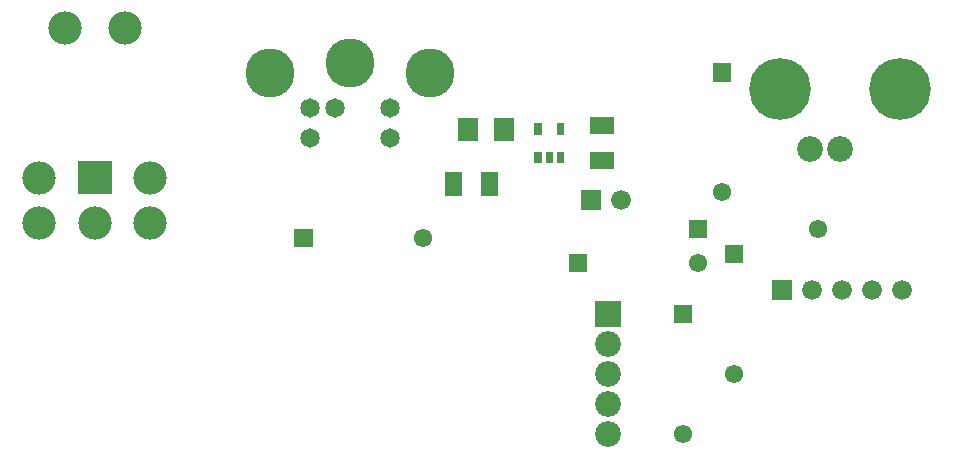
<source format=gbs>
G04 start of page 7 for group -4062 idx -4062 *
G04 Title: (unknown), soldermask *
G04 Creator: pcb 20140316 *
G04 CreationDate: Thu 10 Mar 2016 11:36:46 AM GMT UTC *
G04 For: fosse *
G04 Format: Gerber/RS-274X *
G04 PCB-Dimensions (mil): 3665.00 1935.00 *
G04 PCB-Coordinate-Origin: lower left *
%MOIN*%
%FSLAX25Y25*%
%LNBOTTOMMASK*%
%ADD92R,0.0572X0.0572*%
%ADD91R,0.0660X0.0660*%
%ADD90R,0.0257X0.0257*%
%ADD89C,0.0651*%
%ADD88C,0.1635*%
%ADD87C,0.1110*%
%ADD86C,0.0001*%
%ADD85C,0.0610*%
%ADD84C,0.0660*%
%ADD83C,0.0860*%
%ADD82C,0.2060*%
G54D82*X263500Y159000D03*
X303500D03*
G54D83*X273500Y139000D03*
X283500D03*
G54D84*X304000Y92000D03*
X294000D03*
X284000D03*
X274000D03*
G54D85*X276000Y112500D03*
G54D86*G36*
X260700Y95300D02*Y88700D01*
X267300D01*
Y95300D01*
X260700D01*
G37*
G36*
X244950Y107050D02*Y100950D01*
X251050D01*
Y107050D01*
X244950D01*
G37*
G54D87*X25000Y179500D03*
X45000D03*
G54D86*G36*
X29450Y135050D02*Y123950D01*
X40550D01*
Y135050D01*
X29450D01*
G37*
G54D87*X16500Y129500D03*
X53500D03*
Y114500D03*
X16500D03*
X35000D03*
G54D86*G36*
X101450Y112550D02*Y106450D01*
X107550D01*
Y112550D01*
X101450D01*
G37*
G54D85*X144500Y109500D03*
G54D88*X120000Y167583D03*
X93425Y164433D03*
G54D89*X106614Y142780D03*
X114882Y152622D03*
X106614D03*
G54D88*X146575Y164433D03*
G54D89*X133386Y152622D03*
Y142780D03*
G54D86*G36*
X192950Y104050D02*Y97950D01*
X199050D01*
Y104050D01*
X192950D01*
G37*
G36*
X201700Y88300D02*Y79700D01*
X210300D01*
Y88300D01*
X201700D01*
G37*
G54D83*X206000Y74000D03*
Y64000D03*
Y54000D03*
Y44000D03*
G54D85*X236000Y101000D03*
G54D86*G36*
X227950Y87050D02*Y80950D01*
X234050D01*
Y87050D01*
X227950D01*
G37*
G54D85*X231000Y44000D03*
X248000Y64000D03*
G54D86*G36*
X232950Y115550D02*Y109450D01*
X239050D01*
Y115550D01*
X232950D01*
G37*
G36*
X240950Y167645D02*Y161545D01*
X247050D01*
Y167645D01*
X240950D01*
G37*
G54D85*X244000Y124595D03*
G54D86*G36*
X197200Y125300D02*Y118700D01*
X203800D01*
Y125300D01*
X197200D01*
G37*
G54D84*X210500Y122000D03*
G54D90*X182760Y146316D02*Y145135D01*
X190240Y146316D02*Y145135D01*
X186500Y136868D02*Y135687D01*
X190240Y136868D02*Y135687D01*
X182760Y136868D02*Y135687D01*
G54D91*X159500Y146000D02*Y145000D01*
X171500Y146000D02*Y145000D01*
G54D92*X202819Y135095D02*X205181D01*
X202819Y146905D02*X205181D01*
X154595Y128681D02*Y126319D01*
X166405Y128681D02*Y126319D01*
M02*

</source>
